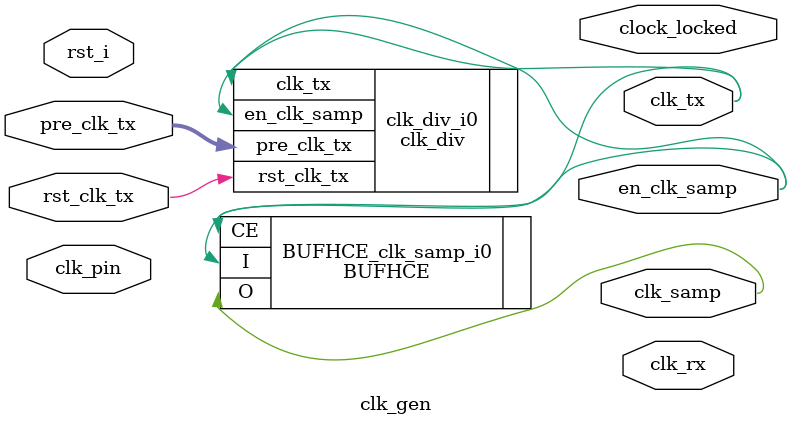
<source format=v>

`timescale 1ns/1ps


module clk_gen (
  input             clk_pin,         // Input clock pin - IBUFGDS is in core
  input             rst_i,           // Asynchronous input from IBUF

  input             rst_clk_tx,      // For clock divider
  
  input      [15:0] pre_clk_tx,      // Current divider

  output            clk_rx,          // Receive clock
  output            clk_tx,          // Transmit clock
  output            clk_samp,        // Sample clock

  output            en_clk_samp,     // Enable for clk_samp
  output            clock_locked     // Locked signal from MMCM
);

//***************************************************************************
// Function definitions
//***************************************************************************

//***************************************************************************
// Parameter definitions
//***************************************************************************

//***************************************************************************
// Reg declarations
//***************************************************************************

//***************************************************************************
// Wire declarations
//***************************************************************************
  
//***************************************************************************
// Code
//***************************************************************************

  // Instantiate the prescale divider

  clk_div clk_div_i0 (
    .clk_tx          (clk_tx),
    .rst_clk_tx      (rst_clk_tx),
    .pre_clk_tx      (pre_clk_tx),
    .en_clk_samp     (en_clk_samp)
  );

  // Instantiate clk_wiz0 - clk core generated by the Clocking Wizard


  BUFHCE #(
   .INIT_OUT(0)  // Initial output value
  )
  BUFHCE_clk_samp_i0
  (
     .O        (clk_samp),   // 1-bit The output of the BUFH
     .CE       (en_clk_samp),// 1-bit Enables propagation of signal from I to O
     .I        (clk_tx)      // 1-bit The input to the BUFH
  ); // BUFHCE
  


endmodule

</source>
